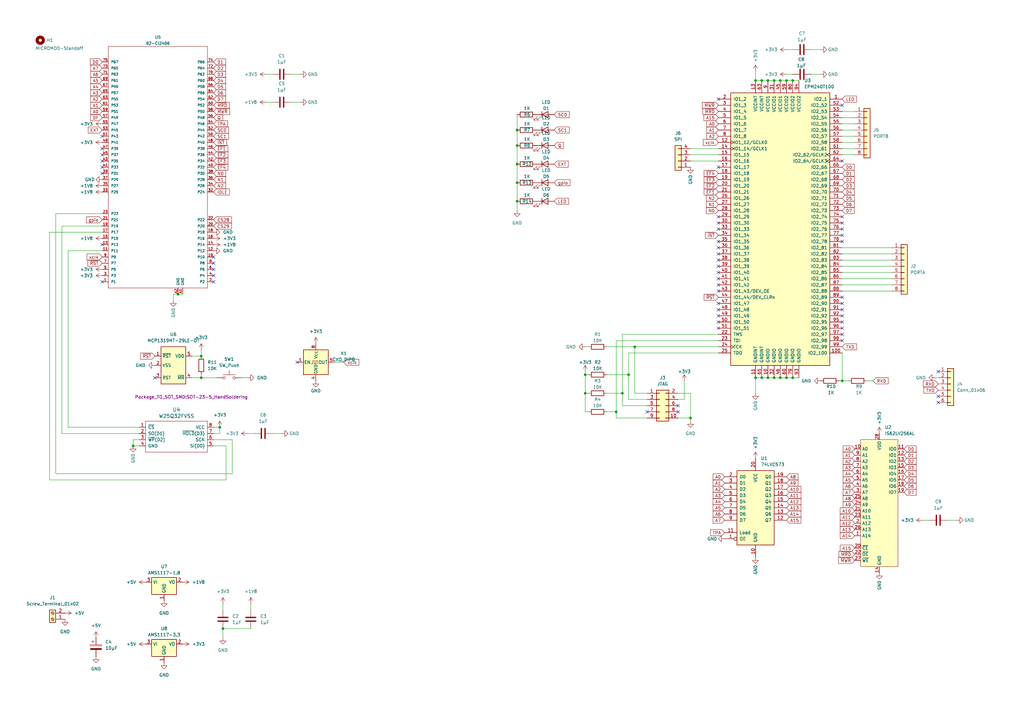
<source format=kicad_sch>
(kicad_sch (version 20250114) (generator "eeschema") (generator_version "9.0")
  (paper "A3")
  (junction (at 252.73 168.91))
  (junction (at 260.35 142.24))
  (junction (at 240.03 153.67))
  (junction (at 314.96 154.94))
  (junction (at 257.81 153.67))
  (junction (at 212.09 82.55))
  (junction (at 309.88 33.02))
  (junction (at 322.58 33.02))
  (junction (at 320.04 154.94))
  (junction (at 91.44 257.81))
  (junction (at 212.09 53.34))
  (junction (at 73.025 120.65))
  (junction (at 345.44 156.21))
  (junction (at 309.88 154.94))
  (junction (at 283.21 171.45))
  (junction (at 82.55 146.05))
  (junction (at 317.5 33.02))
  (junction (at 255.27 161.29))
  (junction (at 240.03 161.29))
  (junction (at 54.61 182.88))
  (junction (at 212.09 74.93))
  (junction (at 212.09 67.31))
  (junction (at 325.12 154.94))
  (junction (at 317.5 154.94))
  (junction (at 322.58 154.94))
  (junction (at 90.17 175.26))
  (junction (at 82.55 154.94))
  (junction (at 320.04 33.02))
  (junction (at 312.42 33.02))
  (junction (at 212.09 59.69))
  (junction (at 314.96 33.02))
  (junction (at 325.12 33.02))
  (junction (at 312.42 154.94))
  (no_connect (at 294.64 134.62))
  (no_connect (at 294.64 104.14))
  (no_connect (at 278.13 168.91))
  (no_connect (at 294.64 127))
  (no_connect (at 384.81 162.56))
  (no_connect (at 294.64 129.54))
  (no_connect (at 294.64 124.46))
  (no_connect (at 294.64 68.58))
  (no_connect (at 345.44 124.46))
  (no_connect (at 345.44 137.16))
  (no_connect (at 345.44 127))
  (no_connect (at 294.64 40.64))
  (no_connect (at 294.64 132.08))
  (no_connect (at 87.63 110.49))
  (no_connect (at 345.44 139.7))
  (no_connect (at 294.64 101.6))
  (no_connect (at 87.63 115.57))
  (no_connect (at 345.44 88.9))
  (no_connect (at 41.91 68.58))
  (no_connect (at 87.63 105.41))
  (no_connect (at 87.63 113.03))
  (no_connect (at 294.64 119.38))
  (no_connect (at 41.91 71.12))
  (no_connect (at 294.64 116.84))
  (no_connect (at 345.44 43.18))
  (no_connect (at 294.64 106.68))
  (no_connect (at 87.63 107.95))
  (no_connect (at 345.44 99.06))
  (no_connect (at 41.91 100.33))
  (no_connect (at 384.81 152.4))
  (no_connect (at 345.44 129.54))
  (no_connect (at 384.81 165.1))
  (no_connect (at 265.43 168.91))
  (no_connect (at 278.13 166.37))
  (no_connect (at 41.91 115.57))
  (no_connect (at 345.44 134.62))
  (no_connect (at 41.91 55.88))
  (no_connect (at 41.91 63.5))
  (no_connect (at 294.64 91.44))
  (no_connect (at 345.44 132.08))
  (no_connect (at 294.64 111.76))
  (no_connect (at 294.64 114.3))
  (no_connect (at 345.44 121.92))
  (no_connect (at 121.92 148.59))
  (no_connect (at 294.64 99.06))
  (no_connect (at 63.5 154.94))
  (no_connect (at 345.44 96.52))
  (no_connect (at 345.44 66.04))
  (no_connect (at 294.64 109.22))
  (no_connect (at 294.64 88.9))
  (no_connect (at 41.91 66.04))
  (no_connect (at 345.44 93.98))
  (no_connect (at 41.91 60.96))
  (no_connect (at 294.64 93.98))
  (no_connect (at 345.44 91.44))
  (wire (pts (xy 255.27 137.16) (xy 255.27 161.29)))
  (wire (pts (xy 91.44 247.65) (xy 91.44 250.19)))
  (wire (pts (xy 74.93 120.65) (xy 73.025 120.65)))
  (wire (pts (xy 260.35 161.29) (xy 265.43 161.29)))
  (wire (pts (xy 322.58 30.48) (xy 325.12 30.48)))
  (wire (pts (xy 257.81 144.78) (xy 257.81 153.67)))
  (wire (pts (xy 345.44 116.84) (xy 365.76 116.84)))
  (wire (pts (xy 212.09 53.34) (xy 212.09 59.69)))
  (wire (pts (xy 212.09 67.31) (xy 212.09 74.93)))
  (wire (pts (xy 212.09 82.55) (xy 212.09 86.36)))
  (wire (pts (xy 240.03 153.67) (xy 241.3 153.67)))
  (wire (pts (xy 20.32 196.85) (xy 92.71 196.85)))
  (wire (pts (xy 54.61 182.88) (xy 57.15 182.88)))
  (wire (pts (xy 283.21 161.29) (xy 283.21 171.45)))
  (wire (pts (xy 294.64 139.7) (xy 252.73 139.7)))
  (wire (pts (xy 345.44 156.21) (xy 344.17 156.21)))
  (wire (pts (xy 345.44 144.78) (xy 345.44 156.21)))
  (wire (pts (xy 345.44 101.6) (xy 365.76 101.6)))
  (wire (pts (xy 240.03 142.24) (xy 241.3 142.24)))
  (wire (pts (xy 283.21 63.5) (xy 294.64 63.5)))
  (wire (pts (xy 345.44 48.26) (xy 350.52 48.26)))
  (wire (pts (xy 109.22 30.48) (xy 111.76 30.48)))
  (wire (pts (xy 22.86 87.63) (xy 41.91 87.63)))
  (wire (pts (xy 294.64 137.16) (xy 255.27 137.16)))
  (wire (pts (xy 27.94 102.87) (xy 41.91 102.87)))
  (wire (pts (xy 90.17 177.8) (xy 90.17 175.26)))
  (wire (pts (xy 212.09 46.99) (xy 212.09 53.34)))
  (wire (pts (xy 260.35 142.24) (xy 260.35 161.29)))
  (wire (pts (xy 294.64 144.78) (xy 257.81 144.78)))
  (wire (pts (xy 241.3 168.91) (xy 240.03 168.91)))
  (wire (pts (xy 119.38 41.91) (xy 123.19 41.91)))
  (wire (pts (xy 280.67 156.21) (xy 280.67 163.83)))
  (wire (pts (xy 248.92 168.91) (xy 252.73 168.91)))
  (wire (pts (xy 332.74 30.48) (xy 336.55 30.48)))
  (wire (pts (xy 99.06 154.94) (xy 101.6 154.94)))
  (wire (pts (xy 345.44 106.68) (xy 365.76 106.68)))
  (wire (pts (xy 82.55 154.94) (xy 88.9 154.94)))
  (wire (pts (xy 345.44 114.3) (xy 365.76 114.3)))
  (wire (pts (xy 87.63 180.34) (xy 95.25 180.34)))
  (wire (pts (xy 345.44 53.34) (xy 350.52 53.34)))
  (wire (pts (xy 314.96 154.94) (xy 312.42 154.94)))
  (wire (pts (xy 345.44 55.88) (xy 350.52 55.88)))
  (wire (pts (xy 312.42 154.94) (xy 309.88 154.94)))
  (wire (pts (xy 57.15 177.8) (xy 25.4 177.8)))
  (wire (pts (xy 25.4 177.8) (xy 25.4 92.71)))
  (wire (pts (xy 317.5 33.02) (xy 314.96 33.02)))
  (wire (pts (xy 71.12 120.65) (xy 71.12 123.19)))
  (wire (pts (xy 22.86 194.31) (xy 22.86 87.63)))
  (wire (pts (xy 57.15 180.34) (xy 54.61 180.34)))
  (wire (pts (xy 345.44 63.5) (xy 350.52 63.5)))
  (wire (pts (xy 109.22 41.91) (xy 111.76 41.91)))
  (wire (pts (xy 280.67 163.83) (xy 278.13 163.83)))
  (wire (pts (xy 240.03 152.4) (xy 240.03 153.67)))
  (wire (pts (xy 82.55 154.94) (xy 78.74 154.94)))
  (wire (pts (xy 248.92 161.29) (xy 255.27 161.29)))
  (wire (pts (xy 314.96 33.02) (xy 312.42 33.02)))
  (wire (pts (xy 212.09 59.69) (xy 212.09 67.31)))
  (wire (pts (xy 240.03 161.29) (xy 240.03 153.67)))
  (wire (pts (xy 82.55 153.67) (xy 82.55 154.94)))
  (wire (pts (xy 137.16 148.59) (xy 140.97 148.59)))
  (wire (pts (xy 378.46 213.36) (xy 381 213.36)))
  (wire (pts (xy 278.13 161.29) (xy 283.21 161.29)))
  (wire (pts (xy 345.44 109.22) (xy 365.76 109.22)))
  (wire (pts (xy 322.58 20.32) (xy 325.12 20.32)))
  (wire (pts (xy 345.44 58.42) (xy 350.52 58.42)))
  (wire (pts (xy 322.58 33.02) (xy 320.04 33.02)))
  (wire (pts (xy 90.17 175.26) (xy 87.63 175.26)))
  (wire (pts (xy 255.27 161.29) (xy 255.27 166.37)))
  (wire (pts (xy 212.09 74.93) (xy 212.09 82.55)))
  (wire (pts (xy 111.76 177.8) (xy 115.57 177.8)))
  (wire (pts (xy 252.73 171.45) (xy 265.43 171.45)))
  (wire (pts (xy 95.25 194.31) (xy 22.86 194.31)))
  (wire (pts (xy 255.27 166.37) (xy 265.43 166.37)))
  (wire (pts (xy 92.71 196.85) (xy 92.71 182.88)))
  (wire (pts (xy 317.5 154.94) (xy 314.96 154.94)))
  (wire (pts (xy 345.44 50.8) (xy 350.52 50.8)))
  (wire (pts (xy 73.025 120.65) (xy 71.12 120.65)))
  (wire (pts (xy 57.15 175.26) (xy 27.94 175.26)))
  (wire (pts (xy 241.3 161.29) (xy 240.03 161.29)))
  (wire (pts (xy 345.44 156.21) (xy 347.98 156.21)))
  (wire (pts (xy 92.71 182.88) (xy 87.63 182.88)))
  (wire (pts (xy 327.66 154.94) (xy 325.12 154.94)))
  (wire (pts (xy 345.44 45.72) (xy 350.52 45.72)))
  (wire (pts (xy 283.21 171.45) (xy 278.13 171.45)))
  (wire (pts (xy 283.21 171.45) (xy 283.21 172.72)))
  (wire (pts (xy 25.4 92.71) (xy 41.91 92.71)))
  (wire (pts (xy 119.38 30.48) (xy 123.19 30.48)))
  (wire (pts (xy 102.87 257.81) (xy 91.44 257.81)))
  (wire (pts (xy 257.81 153.67) (xy 257.81 163.83)))
  (wire (pts (xy 325.12 33.02) (xy 322.58 33.02)))
  (wire (pts (xy 252.73 139.7) (xy 252.73 168.91)))
  (wire (pts (xy 27.94 175.26) (xy 27.94 102.87)))
  (wire (pts (xy 54.61 180.34) (xy 54.61 182.88)))
  (wire (pts (xy 41.91 95.25) (xy 20.32 95.25)))
  (wire (pts (xy 101.6 177.8) (xy 104.14 177.8)))
  (wire (pts (xy 320.04 33.02) (xy 317.5 33.02)))
  (wire (pts (xy 327.66 33.02) (xy 325.12 33.02)))
  (wire (pts (xy 248.92 153.67) (xy 257.81 153.67)))
  (wire (pts (xy 388.62 213.36) (xy 392.43 213.36)))
  (wire (pts (xy 383.54 154.94) (xy 384.81 154.94)))
  (wire (pts (xy 248.92 142.24) (xy 260.35 142.24)))
  (wire (pts (xy 87.63 177.8) (xy 90.17 177.8)))
  (wire (pts (xy 345.44 104.14) (xy 365.76 104.14)))
  (wire (pts (xy 320.04 154.94) (xy 317.5 154.94)))
  (wire (pts (xy 82.55 143.51) (xy 82.55 146.05)))
  (wire (pts (xy 240.03 168.91) (xy 240.03 161.29)))
  (wire (pts (xy 322.58 154.94) (xy 320.04 154.94)))
  (wire (pts (xy 332.74 20.32) (xy 336.55 20.32)))
  (wire (pts (xy 252.73 168.91) (xy 252.73 171.45)))
  (wire (pts (xy 309.88 33.02) (xy 309.88 29.21)))
  (wire (pts (xy 345.44 119.38) (xy 365.76 119.38)))
  (wire (pts (xy 20.32 95.25) (xy 20.32 196.85)))
  (wire (pts (xy 283.21 66.04) (xy 294.64 66.04)))
  (wire (pts (xy 355.6 156.21) (xy 358.14 156.21)))
  (wire (pts (xy 294.64 142.24) (xy 260.35 142.24)))
  (wire (pts (xy 345.44 60.96) (xy 350.52 60.96)))
  (wire (pts (xy 283.21 60.96) (xy 294.64 60.96)))
  (wire (pts (xy 95.25 180.34) (xy 95.25 194.31)))
  (wire (pts (xy 325.12 154.94) (xy 322.58 154.94)))
  (wire (pts (xy 257.81 163.83) (xy 265.43 163.83)))
  (wire (pts (xy 309.88 154.94) (xy 309.88 161.29)))
  (wire (pts (xy 345.44 111.76) (xy 365.76 111.76)))
  (wire (pts (xy 312.42 33.02) (xy 309.88 33.02)))
  (wire (pts (xy 102.87 247.65) (xy 102.87 250.19)))
  (wire (pts (xy 91.44 257.81) (xy 91.44 261.62)))
  (wire (pts (xy 82.55 146.05) (xy 78.74 146.05)))
  (global_label "A9" (shape input) (at 350.52 207.01 180) (property "Intersheetrefs" "${INTERSHEET_REFS}" (effects (hide yes))))
  (global_label "N0" (shape input) (at 87.63 71.12 0) (property "Intersheetrefs" "${INTERSHEET_REFS}" (effects (hide yes))))
  (global_label "A11" (shape input) (at 322.58 203.2 0) (property "Intersheetrefs" "${INTERSHEET_REFS}" (effects (hide yes))))
  (global_label "xclk" (shape input) (at 140.97 148.59 0) (property "Intersheetrefs" "${INTERSHEET_REFS}" (effects (hide yes))))
  (global_label "xclk" (shape input) (at 41.91 105.41 180) (property "Intersheetrefs" "${INTERSHEET_REFS}" (effects (hide yes))))
  (global_label "A4" (shape input) (at 41.91 35.56 180) (property "Intersheetrefs" "${INTERSHEET_REFS}" (effects (hide yes))))
  (global_label "~{EF3}" (shape input) (at 87.63 66.04 0) (property "Intersheetrefs" "${INTERSHEET_REFS}" (effects (hide yes))))
  (global_label "A8" (shape input) (at 322.58 195.58 0) (property "Intersheetrefs" "${INTERSHEET_REFS}" (effects (hide yes))))
  (global_label "D1" (shape input) (at 345.44 71.12 0) (property "Intersheetrefs" "${INTERSHEET_REFS}" (effects (hide yes))))
  (global_label "~{INT}" (shape input) (at 294.64 96.52 180) (property "Intersheetrefs" "${INTERSHEET_REFS}" (effects (hide yes))))
  (global_label "TPA" (shape input) (at 297.18 218.44 180) (property "Intersheetrefs" "${INTERSHEET_REFS}" (effects (hide yes))))
  (global_label "TXD" (shape input) (at 345.44 142.24 0) (property "Intersheetrefs" "${INTERSHEET_REFS}" (effects (hide yes))))
  (global_label "A5" (shape input) (at 297.18 208.28 180) (property "Intersheetrefs" "${INTERSHEET_REFS}" (effects (hide yes))))
  (global_label "TPA" (shape input) (at 87.63 50.8 0) (property "Intersheetrefs" "${INTERSHEET_REFS}" (effects (hide yes))))
  (global_label "~{MRD}" (shape input) (at 350.52 227.33 180) (property "Intersheetrefs" "${INTERSHEET_REFS}" (effects (hide yes))))
  (global_label "D2" (shape input) (at 370.84 189.23 0) (property "Intersheetrefs" "${INTERSHEET_REFS}" (effects (hide yes))))
  (global_label "D7" (shape input) (at 370.84 201.93 0) (property "Intersheetrefs" "${INTERSHEET_REFS}" (effects (hide yes))))
  (global_label "D0" (shape input) (at 345.44 68.58 0) (property "Intersheetrefs" "${INTERSHEET_REFS}" (effects (hide yes))))
  (global_label "A4" (shape input) (at 297.18 205.74 180) (property "Intersheetrefs" "${INTERSHEET_REFS}" (effects (hide yes))))
  (global_label "D3" (shape input) (at 345.44 76.2 0) (property "Intersheetrefs" "${INTERSHEET_REFS}" (effects (hide yes))))
  (global_label "EXT" (shape input) (at 41.91 53.34 180) (property "Intersheetrefs" "${INTERSHEET_REFS}" (effects (hide yes))))
  (global_label "A5" (shape input) (at 350.52 196.85 180) (property "Intersheetrefs" "${INTERSHEET_REFS}" (effects (hide yes))))
  (global_label "A6" (shape input) (at 41.91 30.48 180) (property "Intersheetrefs" "${INTERSHEET_REFS}" (effects (hide yes))))
  (global_label "gpio" (shape input) (at 41.91 90.17 180) (property "Intersheetrefs" "${INTERSHEET_REFS}" (effects (hide yes))))
  (global_label "A0" (shape input) (at 41.91 45.72 180) (property "Intersheetrefs" "${INTERSHEET_REFS}" (effects (hide yes))))
  (global_label "~{EF2}" (shape input) (at 87.63 63.5 0) (property "Intersheetrefs" "${INTERSHEET_REFS}" (effects (hide yes))))
  (global_label "D5" (shape input) (at 87.63 35.56 0) (property "Intersheetrefs" "${INTERSHEET_REFS}" (effects (hide yes))))
  (global_label "SC1" (shape input) (at 87.63 55.88 0) (property "Intersheetrefs" "${INTERSHEET_REFS}" (effects (hide yes))))
  (global_label "A4" (shape input) (at 350.52 194.31 180) (property "Intersheetrefs" "${INTERSHEET_REFS}" (effects (hide yes))))
  (global_label "A1" (shape input) (at 41.91 43.18 180) (property "Intersheetrefs" "${INTERSHEET_REFS}" (effects (hide yes))))
  (global_label "A9" (shape input) (at 322.58 198.12 0) (property "Intersheetrefs" "${INTERSHEET_REFS}" (effects (hide yes))))
  (global_label "D0" (shape input) (at 370.84 184.15 0) (property "Intersheetrefs" "${INTERSHEET_REFS}" (effects (hide yes))))
  (global_label "D6" (shape input) (at 87.63 38.1 0) (property "Intersheetrefs" "${INTERSHEET_REFS}" (effects (hide yes))))
  (global_label "A0" (shape input) (at 297.18 195.58 180) (property "Intersheetrefs" "${INTERSHEET_REFS}" (effects (hide yes))))
  (global_label "D3" (shape input) (at 87.63 30.48 0) (property "Intersheetrefs" "${INTERSHEET_REFS}" (effects (hide yes))))
  (global_label "TXD" (shape input) (at 384.81 160.02 180) (property "Intersheetrefs" "${INTERSHEET_REFS}" (effects (hide yes))))
  (global_label "N0" (shape input) (at 294.64 86.36 180) (property "Intersheetrefs" "${INTERSHEET_REFS}" (effects (hide yes))))
  (global_label "CS29" (shape input) (at 87.63 92.71 0) (property "Intersheetrefs" "${INTERSHEET_REFS}" (effects (hide yes))))
  (global_label "A3" (shape input) (at 350.52 191.77 180) (property "Intersheetrefs" "${INTERSHEET_REFS}" (effects (hide yes))))
  (global_label "IDLE" (shape input) (at 87.63 78.74 0) (property "Intersheetrefs" "${INTERSHEET_REFS}" (effects (hide yes))))
  (global_label "A3" (shape input) (at 41.91 38.1 180) (property "Intersheetrefs" "${INTERSHEET_REFS}" (effects (hide yes))))
  (global_label "A6" (shape input) (at 350.52 199.39 180) (property "Intersheetrefs" "${INTERSHEET_REFS}" (effects (hide yes))))
  (global_label "gpio" (shape input) (at 227.33 74.93 0) (property "Intersheetrefs" "${INTERSHEET_REFS}" (effects (hide yes))))
  (global_label "~{EF2}" (shape input) (at 294.64 76.2 180) (property "Intersheetrefs" "${INTERSHEET_REFS}" (effects (hide yes))))
  (global_label "A12" (shape input) (at 322.58 205.74 0) (property "Intersheetrefs" "${INTERSHEET_REFS}" (effects (hide yes))))
  (global_label "A15" (shape input) (at 322.58 213.36 0) (property "Intersheetrefs" "${INTERSHEET_REFS}" (effects (hide yes))))
  (global_label "~{INT}" (shape input) (at 87.63 58.42 0) (property "Intersheetrefs" "${INTERSHEET_REFS}" (effects (hide yes))))
  (global_label "~{MWR}" (shape input) (at 350.52 229.87 180) (property "Intersheetrefs" "${INTERSHEET_REFS}" (effects (hide yes))))
  (global_label "A15" (shape input) (at 294.64 48.26 180) (property "Intersheetrefs" "${INTERSHEET_REFS}" (effects (hide yes))))
  (global_label "~{RST}" (shape input) (at 41.91 107.95 180) (property "Intersheetrefs" "${INTERSHEET_REFS}" (effects (hide yes))))
  (global_label "DF" (shape input) (at 41.91 48.26 180) (property "Intersheetrefs" "${INTERSHEET_REFS}" (effects (hide yes))))
  (global_label "~{EF1}" (shape input) (at 294.64 78.74 180) (property "Intersheetrefs" "${INTERSHEET_REFS}" (effects (hide yes))))
  (global_label "~{MRD}" (shape input) (at 87.63 43.18 0) (property "Intersheetrefs" "${INTERSHEET_REFS}" (effects (hide yes))))
  (global_label "LED" (shape input) (at 345.44 40.64 0) (property "Intersheetrefs" "${INTERSHEET_REFS}" (effects (hide yes))))
  (global_label "N1" (shape input) (at 294.64 83.82 180) (property "Intersheetrefs" "${INTERSHEET_REFS}" (effects (hide yes))))
  (global_label "A6" (shape input) (at 297.18 210.82 180) (property "Intersheetrefs" "${INTERSHEET_REFS}" (effects (hide yes))))
  (global_label "LED" (shape input) (at 227.33 82.55 0) (property "Intersheetrefs" "${INTERSHEET_REFS}" (effects (hide yes))))
  (global_label "~{EF4}" (shape input) (at 87.63 68.58 0) (property "Intersheetrefs" "${INTERSHEET_REFS}" (effects (hide yes))))
  (global_label "~{MWR}" (shape input) (at 294.64 43.18 180) (property "Intersheetrefs" "${INTERSHEET_REFS}" (effects (hide yes))))
  (global_label "A2" (shape input) (at 41.91 40.64 180) (property "Intersheetrefs" "${INTERSHEET_REFS}" (effects (hide yes))))
  (global_label "A11" (shape input) (at 350.52 212.09 180) (property "Intersheetrefs" "${INTERSHEET_REFS}" (effects (hide yes))))
  (global_label "A2" (shape input) (at 350.52 189.23 180) (property "Intersheetrefs" "${INTERSHEET_REFS}" (effects (hide yes))))
  (global_label "A7" (shape input) (at 41.91 27.94 180) (property "Intersheetrefs" "${INTERSHEET_REFS}" (effects (hide yes))))
  (global_label "A7" (shape input) (at 350.52 201.93 180) (property "Intersheetrefs" "${INTERSHEET_REFS}" (effects (hide yes))))
  (global_label "A5" (shape input) (at 41.91 33.02 180) (property "Intersheetrefs" "${INTERSHEET_REFS}" (effects (hide yes))))
  (global_label "A15" (shape input) (at 350.52 224.79 180) (property "Intersheetrefs" "${INTERSHEET_REFS}" (effects (hide yes))))
  (global_label "A13" (shape input) (at 322.58 208.28 0) (property "Intersheetrefs" "${INTERSHEET_REFS}" (effects (hide yes))))
  (global_label "A10" (shape input) (at 322.58 200.66 0) (property "Intersheetrefs" "${INTERSHEET_REFS}" (effects (hide yes))))
  (global_label "A14" (shape input) (at 322.58 210.82 0) (property "Intersheetrefs" "${INTERSHEET_REFS}" (effects (hide yes))))
  (global_label "Q" (shape input) (at 87.63 48.26 0) (property "Intersheetrefs" "${INTERSHEET_REFS}" (effects (hide yes))))
  (global_label "A10" (shape input) (at 350.52 209.55 180) (property "Intersheetrefs" "${INTERSHEET_REFS}" (effects (hide yes))))
  (global_label "~{RST}" (shape input) (at 294.64 121.92 180) (property "Intersheetrefs" "${INTERSHEET_REFS}" (effects (hide yes))))
  (global_label "~{EF3}" (shape input) (at 294.64 73.66 180) (property "Intersheetrefs" "${INTERSHEET_REFS}" (effects (hide yes))))
  (global_label "~{EF4}" (shape input) (at 294.64 71.12 180) (property "Intersheetrefs" "${INTERSHEET_REFS}" (effects (hide yes))))
  (global_label "A13" (shape input) (at 350.52 217.17 180) (property "Intersheetrefs" "${INTERSHEET_REFS}" (effects (hide yes))))
  (global_label "A14" (shape input) (at 350.52 219.71 180) (property "Intersheetrefs" "${INTERSHEET_REFS}" (effects (hide yes))))
  (global_label "A2" (shape input) (at 294.64 55.88 180) (property "Intersheetrefs" "${INTERSHEET_REFS}" (effects (hide yes))))
  (global_label "D6" (shape input) (at 345.44 83.82 0) (property "Intersheetrefs" "${INTERSHEET_REFS}" (effects (hide yes))))
  (global_label "D4" (shape input) (at 345.44 78.74 0) (property "Intersheetrefs" "${INTERSHEET_REFS}" (effects (hide yes))))
  (global_label "SC1" (shape input) (at 227.33 53.34 0) (property "Intersheetrefs" "${INTERSHEET_REFS}" (effects (hide yes))))
  (global_label "D5" (shape input) (at 345.44 81.28 0) (property "Intersheetrefs" "${INTERSHEET_REFS}" (effects (hide yes))))
  (global_label "D5" (shape input) (at 370.84 196.85 0) (property "Intersheetrefs" "${INTERSHEET_REFS}" (effects (hide yes))))
  (global_label "EXT" (shape input) (at 227.33 67.31 0) (property "Intersheetrefs" "${INTERSHEET_REFS}" (effects (hide yes))))
  (global_label "A0" (shape input) (at 350.52 184.15 180) (property "Intersheetrefs" "${INTERSHEET_REFS}" (effects (hide yes))))
  (global_label "SC0" (shape input) (at 87.63 53.34 0) (property "Intersheetrefs" "${INTERSHEET_REFS}" (effects (hide yes))))
  (global_label "CS28" (shape input) (at 87.63 90.17 0) (property "Intersheetrefs" "${INTERSHEET_REFS}" (effects (hide yes))))
  (global_label "N2" (shape input) (at 294.64 81.28 180) (property "Intersheetrefs" "${INTERSHEET_REFS}" (effects (hide yes))))
  (global_label "Q" (shape input) (at 227.33 59.69 0) (property "Intersheetrefs" "${INTERSHEET_REFS}" (effects (hide yes))))
  (global_label "A1" (shape input) (at 294.64 53.34 180) (property "Intersheetrefs" "${INTERSHEET_REFS}" (effects (hide yes))))
  (global_label "RXD" (shape input) (at 384.81 157.48 180) (property "Intersheetrefs" "${INTERSHEET_REFS}" (effects (hide yes))))
  (global_label "N1" (shape input) (at 87.63 73.66 0) (property "Intersheetrefs" "${INTERSHEET_REFS}" (effects (hide yes))))
  (global_label "D1" (shape input) (at 370.84 186.69 0) (property "Intersheetrefs" "${INTERSHEET_REFS}" (effects (hide yes))))
  (global_label "~{EF1}" (shape input) (at 87.63 60.96 0) (property "Intersheetrefs" "${INTERSHEET_REFS}" (effects (hide yes))))
  (global_label "~{MRD}" (shape input) (at 294.64 45.72 180) (property "Intersheetrefs" "${INTERSHEET_REFS}" (effects (hide yes))))
  (global_label "RXD" (shape input) (at 358.14 156.21 0) (property "Intersheetrefs" "${INTERSHEET_REFS}" (effects (hide yes))))
  (global_label "A7" (shape input) (at 297.18 213.36 180) (property "Intersheetrefs" "${INTERSHEET_REFS}" (effects (hide yes))))
  (global_label "A2" (shape input) (at 297.18 200.66 180) (property "Intersheetrefs" "${INTERSHEET_REFS}" (effects (hide yes))))
  (global_label "D1" (shape input) (at 87.63 25.4 0) (property "Intersheetrefs" "${INTERSHEET_REFS}" (effects (hide yes))))
  (global_label "A1" (shape input) (at 350.52 186.69 180) (property "Intersheetrefs" "${INTERSHEET_REFS}" (effects (hide yes))))
  (global_label "D7" (shape input) (at 87.63 40.64 0) (property "Intersheetrefs" "${INTERSHEET_REFS}" (effects (hide yes))))
  (global_label "A3" (shape input) (at 297.18 203.2 180) (property "Intersheetrefs" "${INTERSHEET_REFS}" (effects (hide yes))))
  (global_label "D2" (shape input) (at 87.63 27.94 0) (property "Intersheetrefs" "${INTERSHEET_REFS}" (effects (hide yes))))
  (global_label "A8" (shape input) (at 350.52 204.47 180) (property "Intersheetrefs" "${INTERSHEET_REFS}" (effects (hide yes))))
  (global_label "D6" (shape input) (at 370.84 199.39 0) (property "Intersheetrefs" "${INTERSHEET_REFS}" (effects (hide yes))))
  (global_label "A12" (shape input) (at 350.52 214.63 180) (property "Intersheetrefs" "${INTERSHEET_REFS}" (effects (hide yes))))
  (global_label "~{MWR}" (shape input) (at 87.63 45.72 0) (property "Intersheetrefs" "${INTERSHEET_REFS}" (effects (hide yes))))
  (global_label "SC0" (shape input) (at 227.33 46.99 0) (property "Intersheetrefs" "${INTERSHEET_REFS}" (effects (hide yes))))
  (global_label "xclk" (shape input) (at 294.64 58.42 180) (property "Intersheetrefs" "${INTERSHEET_REFS}" (effects (hide yes))))
  (global_label "D3" (shape input) (at 370.84 191.77 0) (property "Intersheetrefs" "${INTERSHEET_REFS}" (effects (hide yes))))
  (global_label "D0" (shape input) (at 41.91 25.4 180) (property "Intersheetrefs" "${INTERSHEET_REFS}" (effects (hide yes))))
  (global_label "A1" (shape input) (at 297.18 198.12 180) (property "Intersheetrefs" "${INTERSHEET_REFS}" (effects (hide yes))))
  (global_label "D7" (shape input) (at 345.44 86.36 0) (property "Intersheetrefs" "${INTERSHEET_REFS}" (effects (hide yes))))
  (global_label "D2" (shape input) (at 345.44 73.66 0) (property "Intersheetrefs" "${INTERSHEET_REFS}" (effects (hide yes))))
  (global_label "D4" (shape input) (at 87.63 33.02 0) (property "Intersheetrefs" "${INTERSHEET_REFS}" (effects (hide yes))))
  (global_label "~{RST}" (shape input) (at 63.5 146.05 180) (property "Intersheetrefs" "${INTERSHEET_REFS}" (effects (hide yes))))
  (global_label "N2" (shape input) (at 87.63 76.2 0) (property "Intersheetrefs" "${INTERSHEET_REFS}" (effects (hide yes))))
  (global_label "A0" (shape input) (at 294.64 50.8 180) (property "Intersheetrefs" "${INTERSHEET_REFS}" (effects (hide yes))))
  (global_label "D4" (shape input) (at 370.84 194.31 0) (property "Intersheetrefs" "${INTERSHEET_REFS}" (effects (hide yes))))
  (symbol (lib_id "Device:R") (at 215.9 74.93 270) (unit 1)
    (property "Reference" "R13" (at 216.154 74.93 90))
    (property "Value" "1K" (at 216.154 72.39 90))
    (property "Footprint" "Resistor_SMD:R_1206_3216Metric_Pad1.30x1.75mm_HandSolder" (effects (hide yes)))
  )
  (symbol (lib_id "power:GND") (at 91.44 261.62 0) (unit 1)
    (property "Reference" "#PWR042" (effects (hide yes)))
    (property "Value" "GND" (at 91.44 266.7 0))
    (property "Description" "Power symbol creates a global label with name \"GND\" , ground" (effects (hide yes)))
  )
  (symbol (lib_id "Connector:Screw_Terminal_01x02") (at 21.59 254 180) (unit 1)
    (property "Reference" "J1" (at 21.59 245.11 0))
    (property "Value" "Screw_Terminal_01x02" (at 21.59 247.65 0))
    (property "Footprint" "TerminalBlock:TerminalBlock_bornier-2_P5.08mm" (effects (hide yes)))
    (property "Description" "Generic screw terminal, single row, 01x02, script generated (kicad-library-utils/schlib/autogen/connector/)" (effects (hide yes)))
  )
  (symbol (lib_id "power:GND") (at 54.61 182.88 0) (unit 1)
    (property "Reference" "#PWR024" (effects (hide yes)))
    (property "Value" "GND" (at 54.61 187.96 90))
    (property "Sim.Device" "V" (effects (hide yes)))
    (property "Sim.Type" "DC" (effects (hide yes)))
    (property "Sim.Pins" "1=+" (effects (hide yes)))
    (property "Sim.Params" "dc=0" (effects (hide yes)))
  )
  (symbol (lib_id "power:GND") (at 115.57 177.8 90) (unit 1)
    (property "Reference" "#PWR050" (effects (hide yes)))
    (property "Value" "GND" (at 120.65 177.8 90))
    (property "Sim.Device" "V" (effects (hide yes)))
    (property "Sim.Type" "DC" (effects (hide yes)))
    (property "Sim.Pins" "1=+" (effects (hide yes)))
    (property "Sim.Params" "dc=0" (effects (hide yes)))
  )
  (symbol (lib_id "power:GND") (at 87.63 95.25 90) (unit 1)
    (property "Reference" "#PWR08" (effects (hide yes)))
    (property "Value" "GND" (at 91.44 95.2499 90) (effects (justify right)))
    (property "Description" "Power symbol creates a global label with name \"GND\" , ground" (effects (hide yes)))
  )
  (symbol (lib_id "Caravel_board:W25Q32FVSS") (at 72.39 177.8 0) (unit 1)
    (property "Reference" "U4" (at 72.39 167.9956 0) (effects (font (size 1.4986 1.4986))))
    (property "Value" "W25Q32FVSS" (at 72.39 170.6626 0) (effects (font (size 1.4986 1.4986))))
    (property "Footprint" "Package_DIP:DIP-8_W7.62mm" (effects (hide yes)))
    (property "Part #" "W25Q32JVSSIQ" (effects (hide yes)))
  )
  (symbol (lib_id "power:+3V3") (at 280.67 156.21 0) (unit 1)
    (property "Reference" "#PWR020" (effects (hide yes)))
    (property "Value" "+3V3" (at 280.67 152.4 0))
  )
  (symbol (lib_id "Connector_Generic:Conn_02x05_Odd_Even") (at 270.51 166.37 0) (unit 1)
    (property "Reference" "J3" (at 271.78 154.94 0))
    (property "Value" "JTAG" (at 271.78 157.48 0))
    (property "Footprint" "Connector_PinHeader_2.54mm:PinHeader_2x05_P2.54mm_Vertical" (effects (hide yes)))
  )
  (symbol (lib_id "power:GND") (at 212.09 86.36 0) (unit 1)
    (property "Reference" "#PWR028" (effects (hide yes)))
    (property "Value" "GND" (at 212.09 91.44 0))
    (property "Sim.Device" "V" (effects (hide yes)))
    (property "Sim.Type" "DC" (effects (hide yes)))
    (property "Sim.Pins" "1=+" (effects (hide yes)))
    (property "Sim.Params" "dc=0" (effects (hide yes)))
  )
  (symbol (lib_id "power:+3V3") (at 360.68 177.8 0) (unit 1)
    (property "Reference" "#PWR014" (effects (hide yes)))
    (property "Value" "+3V3" (at 360.68 171.45 90))
    (property "Sim.Device" "V" (effects (hide yes)))
    (property "Sim.Type" "DC" (effects (hide yes)))
    (property "Sim.Pins" "1=+" (effects (hide yes)))
    (property "Sim.Params" "dc=3.3" (effects (hide yes)))
  )
  (symbol (lib_id "power:GND") (at 63.5 149.86 270) (unit 1)
    (property "Reference" "#PWR032" (effects (hide yes)))
    (property "Value" "GND" (at 59.69 149.8599 90) (effects (justify right)))
    (property "Description" "Power symbol creates a global label with name \"GND\" , ground" (effects (hide yes)))
  )
  (symbol (lib_id "Device:R") (at 82.55 149.86 180) (unit 1)
    (property "Reference" "R11" (at 85.09 148.59 0) (effects (justify right)))
    (property "Value" "10K" (at 85.09 151.13 0) (effects (justify right)))
    (property "Footprint" "Resistor_SMD:R_1206_3216Metric_Pad1.30x1.75mm_HandSolder" (effects (hide yes)))
  )
  (symbol (lib_id "power:GND") (at 67.31 246.38 0) (unit 1)
    (property "Reference" "#PWR037" (effects (hide yes)))
    (property "Value" "GND" (at 67.31 251.46 0))
    (property "Description" "Power symbol creates a global label with name \"GND\" , ground" (effects (hide yes)))
  )
  (symbol (lib_id "power:+3V3") (at 91.44 247.65 0) (unit 1)
    (property "Reference" "#PWR044" (effects (hide yes)))
    (property "Value" "+3V3" (at 91.44 242.57 0))
    (property "Description" "Power symbol creates a global label with name \"+3V3\"" (effects (hide yes)))
  )
  (symbol (lib_id "power:+1V8") (at 87.63 100.33 270) (unit 1)
    (property "Reference" "#PWR010" (effects (hide yes)))
    (property "Value" "+1V8" (at 91.44 100.3299 90) (effects (justify left)))
    (property "Description" "Power symbol creates a global label with name \"+1V8\"" (effects (hide yes)))
  )
  (symbol (lib_id "power:+3V3") (at 41.91 50.8 90) (unit 1)
    (property "Reference" "#PWR051" (effects (hide yes)))
    (property "Value" "+3V3" (at 38.1 50.7999 90) (effects (justify left)))
    (property "Description" "Power symbol creates a global label with name \"+3V3\"" (effects (hide yes)))
  )
  (symbol (lib_id "power:GND") (at 392.43 213.36 90) (unit 1)
    (property "Reference" "#PWR060" (effects (hide yes)))
    (property "Value" "GND" (at 397.51 213.36 90))
    (property "Sim.Device" "V" (effects (hide yes)))
    (property "Sim.Type" "DC" (effects (hide yes)))
    (property "Sim.Pins" "1=+" (effects (hide yes)))
    (property "Sim.Params" "dc=0" (effects (hide yes)))
  )
  (symbol (lib_id "Device:R") (at 245.11 153.67 270) (unit 1)
    (property "Reference" "R2" (at 245.11 148.59 90))
    (property "Value" "10K" (at 245.11 151.13 90))
    (property "Footprint" "Resistor_SMD:R_1206_3216Metric_Pad1.30x1.75mm_HandSolder" (effects (hide yes)))
  )
  (symbol (lib_id "Device:R") (at 215.9 82.55 270) (unit 1)
    (property "Reference" "R14" (at 216.154 82.55 90))
    (property "Value" "1K" (at 216.154 80.01 90))
    (property "Footprint" "Resistor_SMD:R_1206_3216Metric_Pad1.30x1.75mm_HandSolder" (effects (hide yes)))
  )
  (symbol (lib_id "power:GND") (at 129.54 156.21 0) (unit 1)
    (property "Reference" "#PWR054" (effects (hide yes)))
    (property "Value" "GND" (at 129.54 160.274 0))
    (property "Description" "Power symbol creates a global label with name \"GND\" , ground" (effects (hide yes)))
  )
  (symbol (lib_id "Device:R") (at 215.9 59.69 270) (unit 1)
    (property "Reference" "R8" (at 216.154 59.69 90))
    (property "Value" "1K" (at 216.154 57.15 90))
    (property "Footprint" "Resistor_SMD:R_1206_3216Metric_Pad1.30x1.75mm_HandSolder" (effects (hide yes)))
  )
  (symbol (lib_id "power:+5V") (at 26.67 251.46 270) (unit 1)
    (property "Reference" "#PWR040" (effects (hide yes)))
    (property "Value" "+5V" (at 30.48 251.4599 90) (effects (justify left)))
    (property "Description" "Power symbol creates a global label with name \"+5V\"" (effects (hide yes)))
  )
  (symbol (lib_id "Device:R") (at 215.9 46.99 270) (unit 1)
    (property "Reference" "R6" (at 216.154 46.99 90))
    (property "Value" "1K" (at 216.154 44.45 90))
    (property "Footprint" "Resistor_SMD:R_1206_3216Metric_Pad1.30x1.75mm_HandSolder" (effects (hide yes)))
  )
  (symbol (lib_id "power:GND") (at 309.88 228.6 0) (unit 1)
    (property "Reference" "#PWR012" (effects (hide yes)))
    (property "Value" "GND" (at 309.88 233.68 90))
    (property "Sim.Device" "V" (effects (hide yes)))
    (property "Sim.Type" "DC" (effects (hide yes)))
    (property "Sim.Pins" "1=+" (effects (hide yes)))
    (property "Sim.Params" "dc=0" (effects (hide yes)))
  )
  (symbol (lib_id "MicroMod-Sparkfun:MICROMOD-Standoff") (at 16.51 16.51 0) (unit 1)
    (property "Reference" "H1" (at 19.05 16.51 0) (effects (justify left)))
    (property "Value" "MICROMOD-Standoff" (at 14.478 19.812 0) (effects (justify left)))
    (property "Footprint" "MicroMod-Sparkfun:MicroMod-Standoff" (effects (hide yes)))
  )
  (symbol (lib_id "power:+1V8") (at 41.91 78.74 90) (unit 1)
    (property "Reference" "#PWR07" (effects (hide yes)))
    (property "Value" "+1V8" (at 38.1 78.7399 90) (effects (justify left)))
    (property "Description" "Power symbol creates a global label with name \"+1V8\"" (effects (hide yes)))
  )
  (symbol (lib_id "MicroMod-Sparkfun:M.2-CONNECTOR-E") (at 64.77 72.39 0) (unit 1)
    (property "Reference" "U5" (at 64.77 15.24 0) (effects (font (size 1.143 1.143))))
    (property "Value" "B2-CI2406" (at 64.77 17.78 0) (effects (font (size 1.143 1.143))))
    (property "Footprint" "MicroMod-Sparkfun:M.2-CONNECTOR-E" (effects (hide yes)))
    (property "Datasheet" "https://avalonsemiconductors.github.io/CI2406/as1802.html" (effects (hide yes)))
  )
  (symbol (lib_id "Device:C") (at 107.95 177.8 90) (unit 1)
    (property "Reference" "C6" (at 107.95 170.18 90))
    (property "Value" "1µF" (at 107.95 172.72 90))
    (property "Footprint" "Capacitor_SMD:C_0805_2012Metric_Pad1.18x1.45mm_HandSolder" (effects (hide yes)))
  )
  (symbol (lib_id "Device:LED") (at 223.52 59.69 0) (unit 1)
    (property "Reference" "D3" (at 224.028 57.15 0))
    (property "Value" "LED" (at 224.028 54.61 0))
    (property "Footprint" "LED_SMD:LED_1206_3216Metric_Pad1.42x1.75mm_HandSolder" (effects (hide yes)))
  )
  (symbol (lib_id "power:+3V3") (at 82.55 143.51 0) (unit 1)
    (property "Reference" "#PWR033" (effects (hide yes)))
    (property "Value" "+3V3" (at 82.55 138.43 0))
    (property "Description" "Power symbol creates a global label with name \"+3V3\"" (effects (hide yes)))
  )
  (symbol (lib_id "power:GND") (at 41.91 73.66 270) (unit 1)
    (property "Reference" "#PWR04" (effects (hide yes)))
    (property "Value" "GND" (at 36.83 73.66 90))
    (property "Sim.Device" "V" (effects (hide yes)))
    (property "Sim.Type" "DC" (effects (hide yes)))
    (property "Sim.Pins" "1=+" (effects (hide yes)))
    (property "Sim.Params" "dc=0" (effects (hide yes)))
  )
  (symbol (lib_id "power:+5V") (at 39.37 261.62 0) (unit 1)
    (property "Reference" "#PWR045" (effects (hide yes)))
    (property "Value" "+5V" (at 39.37 256.54 0))
    (property "Description" "Power symbol creates a global label with name \"+5V\"" (effects (hide yes)))
  )
  (symbol (lib_id "power:+1V8") (at 74.93 238.76 270) (unit 1)
    (property "Reference" "#PWR036" (effects (hide yes)))
    (property "Value" "+1V8" (at 78.74 238.7599 90) (effects (justify left)))
    (property "Description" "Power symbol creates a global label with name \"+1V8\"" (effects (hide yes)))
  )
  (symbol (lib_id "power:+1V8") (at 102.87 247.65 0) (unit 1)
    (property "Reference" "#PWR043" (effects (hide yes)))
    (property "Value" "+1V8" (at 102.87 242.57 0))
    (property "Description" "Power symbol creates a global label with name \"+1V8\"" (effects (hide yes)))
  )
  (symbol (lib_id "power:GND") (at 383.54 154.94 270) (unit 1)
    (property "Reference" "#PWR029" (effects (hide yes)))
    (property "Value" "GND" (at 379.73 154.94 90) (effects (justify right)))
  )
  (symbol (lib_id "Device:C") (at 115.57 30.48 90) (unit 1)
    (property "Reference" "C1" (at 115.57 22.86 90))
    (property "Value" "1µF" (at 115.57 25.4 90))
    (property "Footprint" "Capacitor_SMD:C_0805_2012Metric_Pad1.18x1.45mm_HandSolder" (effects (hide yes)))
  )
  (symbol (lib_id "power:GND") (at 336.55 30.48 90) (unit 1)
    (property "Reference" "#PWR058" (effects (hide yes)))
    (property "Value" "GND" (at 341.63 30.48 90))
    (property "Sim.Device" "V" (effects (hide yes)))
    (property "Sim.Type" "DC" (effects (hide yes)))
    (property "Sim.Pins" "1=+" (effects (hide yes)))
    (property "Sim.Params" "dc=0" (effects (hide yes)))
  )
  (symbol (lib_id "power:+3V3") (at 109.22 30.48 90) (unit 1)
    (property "Reference" "#PWR026" (effects (hide yes)))
    (property "Value" "+3V3" (at 102.87 30.48 90))
    (property "Sim.Device" "V" (effects (hide yes)))
    (property "Sim.Type" "DC" (effects (hide yes)))
    (property "Sim.Pins" "1=+" (effects (hide yes)))
    (property "Sim.Params" "dc=3.3" (effects (hide yes)))
  )
  (symbol (lib_id "Device:R") (at 351.79 156.21 270) (unit 1)
    (property "Reference" "R9" (at 352.298 158.496 90))
    (property "Value" "1K" (at 352.298 161.036 90))
    (property "Footprint" "Resistor_SMD:R_1206_3216Metric_Pad1.30x1.75mm_HandSolder" (effects (hide yes)))
  )
  (symbol (lib_id "power:+1V8") (at 41.91 97.79 90) (unit 1)
    (property "Reference" "#PWR01" (effects (hide yes)))
    (property "Value" "+1V8" (at 38.1 97.7899 90) (effects (justify left)))
    (property "Description" "Power symbol creates a global label with name \"+1V8\"" (effects (hide yes)))
  )
  (symbol (lib_id "power:+1V8") (at 41.91 76.2 90) (unit 1)
    (property "Reference" "#PWR06" (effects (hide yes)))
    (property "Value" "+1V8" (at 38.1 76.1999 90) (effects (justify left)))
    (property "Description" "Power symbol creates a global label with name \"+1V8\"" (effects (hide yes)))
  )
  (symbol (lib_id "Device:LED") (at 223.52 46.99 0) (unit 1)
    (property "Reference" "D1" (at 224.028 44.45 0))
    (property "Value" "LED" (at 224.028 41.91 0))
    (property "Footprint" "LED_SMD:LED_1206_3216Metric_Pad1.42x1.75mm_HandSolder" (effects (hide yes)))
  )
  (symbol (lib_id "power:GND") (at 283.21 172.72 0) (unit 1)
    (property "Reference" "#PWR021" (effects (hide yes)))
    (property "Value" "GND" (at 283.21 177.8 0))
  )
  (symbol (lib_id "caravel:MCP1319MT-29LE-OT") (at 71.12 149.86 0) (unit 1)
    (property "Reference" "U6" (at 71.12 137.16 0))
    (property "Value" "MCP1319MT-29LE-OT" (at 71.12 139.7 0))
    (property "Footprint" "Package_TO_SOT_SMD:SOT-23-5_HandSoldering" (at 78.486 162.814 0))
    (property "Datasheet" "https://ww1.microchip.com/downloads/en/DeviceDoc/MCP131X-2X-Voltage-Supervisor-DS20001985E.pdf" (effects (hide yes)))
  )
  (symbol (lib_id "Connector_Generic:Conn_01x06") (at 389.89 157.48 0) (unit 1)
    (property "Reference" "J4" (at 392.43 157.48 0) (effects (justify left)))
    (property "Value" "Conn_01x06" (at 392.43 160.02 0) (effects (justify left)))
    (property "Footprint" "Connector_PinSocket_2.54mm:PinSocket_1x06_P2.54mm_Vertical" (effects (hide yes)))
  )
  (symbol (lib_id "Device:LED") (at 223.52 67.31 0) (unit 1)
    (property "Reference" "D4" (at 224.028 64.77 0))
    (property "Value" "LED" (at 224.028 62.23 0))
    (property "Footprint" "LED_SMD:LED_1206_3216Metric_Pad1.42x1.75mm_HandSolder" (effects (hide yes)))
  )
  (symbol (lib_id "power:+3V3") (at 322.58 20.32 90) (unit 1)
    (property "Reference" "#PWR055" (effects (hide yes)))
    (property "Value" "+3V3" (at 316.23 20.32 90))
    (property "Sim.Device" "V" (effects (hide yes)))
    (property "Sim.Type" "DC" (effects (hide yes)))
    (property "Sim.Pins" "1=+" (effects (hide yes)))
    (property "Sim.Params" "dc=3.3" (effects (hide yes)))
  )
  (symbol (lib_id "power:+3V3") (at 87.63 97.79 270) (unit 1)
    (property "Reference" "#PWR09" (effects (hide yes)))
    (property "Value" "+3V3" (at 91.44 97.7899 90) (effects (justify left)))
    (property "Description" "Power symbol creates a global label with name \"+3V3\"" (effects (hide yes)))
  )
  (symbol (lib_id "power:GND") (at 283.21 68.58 0) (unit 1)
    (property "Reference" "#PWR022" (effects (hide yes)))
    (property "Value" "GND" (at 283.21 73.66 90))
    (property "Sim.Device" "V" (effects (hide yes)))
    (property "Sim.Type" "DC" (effects (hide yes)))
    (property "Sim.Pins" "1=+" (effects (hide yes)))
    (property "Sim.Params" "dc=0" (effects (hide yes)))
  )
  (symbol (lib_id "power:GND") (at 123.19 30.48 90) (unit 1)
    (property "Reference" "#PWR027" (effects (hide yes)))
    (property "Value" "GND" (at 128.27 30.48 90))
    (property "Sim.Device" "V" (effects (hide yes)))
    (property "Sim.Type" "DC" (effects (hide yes)))
    (property "Sim.Pins" "1=+" (effects (hide yes)))
    (property "Sim.Params" "dc=0" (effects (hide yes)))
  )
  (symbol (lib_id "power:GND") (at 67.31 271.78 0) (unit 1)
    (property "Reference" "#PWR034" (effects (hide yes)))
    (property "Value" "GND" (at 67.31 276.86 0))
    (property "Description" "Power symbol creates a global label with name \"GND\" , ground" (effects (hide yes)))
  )
  (symbol (lib_id "power:+3V3") (at 129.54 140.97 0) (unit 1)
    (property "Reference" "#PWR053" (effects (hide yes)))
    (property "Value" "+3V3" (at 129.54 135.89 0))
    (property "Description" "Power symbol creates a global label with name \"+3V3\"" (effects (hide yes)))
  )
  (symbol (lib_id "power:GND") (at 336.55 156.21 270) (unit 1)
    (property "Reference" "#PWR030" (effects (hide yes)))
    (property "Value" "GND" (at 332.74 156.21 90) (effects (justify right)))
  )
  (symbol (lib_id "Device:C") (at 91.44 254 180) (unit 1)
    (property "Reference" "C2" (at 95.25 252.7299 0) (effects (justify right)))
    (property "Value" "1µF" (at 95.25 255.2699 0) (effects (justify right)))
    (property "Footprint" "Capacitor_SMD:C_0805_2012Metric_Pad1.18x1.45mm_HandSolder" (effects (hide yes)))
  )
  (symbol (lib_id "power:GND") (at 71.12 123.19 0) (unit 1)
    (property "Reference" "#PWR05" (effects (hide yes)))
    (property "Value" "GND" (at 71.12 128.27 90))
    (property "Sim.Device" "V" (effects (hide yes)))
    (property "Sim.Type" "DC" (effects (hide yes)))
    (property "Sim.Pins" "1=+" (effects (hide yes)))
    (property "Sim.Params" "dc=0" (effects (hide yes)))
  )
  (symbol (lib_id "Device:C_Polarized") (at 39.37 265.43 0) (unit 1)
    (property "Reference" "C4" (at 43.18 263.2709 0) (effects (justify left)))
    (property "Value" "10µF" (at 43.18 265.8109 0) (effects (justify left)))
    (property "Footprint" "Capacitor_THT:CP_Radial_D4.0mm_P2.00mm" (effects (hide yes)))
    (property "Description" "Polarized capacitor" (effects (hide yes)))
  )
  (symbol (lib_id "power:+1V8") (at 109.22 41.91 90) (unit 1)
    (property "Reference" "#PWR047" (effects (hide yes)))
    (property "Value" "+1V8" (at 105.41 41.9099 90) (effects (justify left)))
    (property "Description" "Power symbol creates a global label with name \"+1V8\"" (effects (hide yes)))
  )
  (symbol (lib_id "Device:C") (at 384.81 213.36 90) (unit 1)
    (property "Reference" "C9" (at 384.81 205.74 90))
    (property "Value" "1µF" (at 384.81 208.28 90))
    (property "Footprint" "Capacitor_SMD:C_0805_2012Metric_Pad1.18x1.45mm_HandSolder" (effects (hide yes)))
  )
  (symbol (lib_id "power:+3V3") (at 309.88 187.96 0) (unit 1)
    (property "Reference" "#PWR011" (effects (hide yes)))
    (property "Value" "+3V3" (at 309.88 181.61 90))
    (property "Sim.Device" "V" (effects (hide yes)))
    (property "Sim.Type" "DC" (effects (hide yes)))
    (property "Sim.Pins" "1=+" (effects (hide yes)))
    (property "Sim.Params" "dc=3.3" (effects (hide yes)))
  )
  (symbol (lib_id "Oscillator:CXO_DIP8") (at 129.54 148.59 0) (unit 1)
    (property "Reference" "X1" (at 140.97 144.9421 0))
    (property "Value" "CXO_DIP8" (at 140.97 147.4821 0))
    (property "Footprint" "Oscillator:Oscillator_DIP-8" (effects (hide yes)))
    (property "Datasheet" "http://cdn-reichelt.de/documents/datenblatt/B400/OSZI.pdf" (effects (hide yes)))
  )
  (symbol (lib_id "power:+3V3") (at 378.46 213.36 90) (unit 1)
    (property "Reference" "#PWR059" (effects (hide yes)))
    (property "Value" "+3V3" (at 372.11 213.36 90))
    (property "Sim.Device" "V" (effects (hide yes)))
    (property "Sim.Type" "DC" (effects (hide yes)))
    (property "Sim.Pins" "1=+" (effects (hide yes)))
    (property "Sim.Params" "dc=3.3" (effects (hide yes)))
  )
  (symbol (lib_id "power:GND") (at 297.18 220.98 270) (unit 1)
    (property "Reference" "#PWR013" (effects (hide yes)))
    (property "Value" "GND" (at 292.1 220.98 90))
    (property "Sim.Device" "V" (effects (hide yes)))
    (property "Sim.Type" "DC" (effects (hide yes)))
    (property "Sim.Pins" "1=+" (effects (hide yes)))
    (property "Sim.Params" "dc=0" (effects (hide yes)))
  )
  (symbol (lib_id "Connector_Generic:Conn_01x08") (at 355.6 53.34 0) (unit 1)
    (property "Reference" "J5" (at 358.14 53.3399 0) (effects (justify left)))
    (property "Value" "PORTB" (at 358.14 55.8799 0) (effects (justify left)))
    (property "Footprint" "Connector_PinHeader_2.54mm:PinHeader_1x08_P2.54mm_Vertical" (effects (hide yes)))
    (property "Description" "Generic connector, single row, 01x08, script generated (kicad-library-utils/schlib/autogen/connector/)" (effects (hide yes)))
  )
  (symbol (lib_id "Device:R") (at 215.9 53.34 270) (unit 1)
    (property "Reference" "R7" (at 216.154 53.34 90))
    (property "Value" "1K" (at 216.154 50.8 90))
    (property "Footprint" "Resistor_SMD:R_1206_3216Metric_Pad1.30x1.75mm_HandSolder" (effects (hide yes)))
  )
  (symbol (lib_id "power:+3V3") (at 41.91 110.49 90) (unit 1)
    (property "Reference" "#PWR02" (effects (hide yes)))
    (property "Value" "+3V3" (at 38.1 110.4899 90) (effects (justify left)))
    (property "Description" "Power symbol creates a global label with name \"+3V3\"" (effects (hide yes)))
  )
  (symbol (lib_id "memory:IS62LV256AL") (at 360.68 173.99 0) (unit 1)
    (property "Reference" "U2" (at 362.8741 175.26 0) (effects (justify left)))
    (property "Value" "IS62LV256AL" (at 362.8741 177.8 0) (effects (justify left)))
    (property "Footprint" "Package_SO:TSOP-I-28_11.8x8mm_P0.55mm" (effects (hide yes)))
    (property "Datasheet" "https://www.mouser.de/datasheet/2/198/62_65LV256AL-258445.pdf" (effects (hide yes)))
  )
  (symbol (lib_id "Device:R") (at 245.11 168.91 270) (unit 1)
    (property "Reference" "R4" (at 245.11 163.83 90))
    (property "Value" "10K" (at 245.11 166.37 90))
    (property "Footprint" "Resistor_SMD:R_1206_3216Metric_Pad1.30x1.75mm_HandSolder" (effects (hide yes)))
  )
  (symbol (lib_id "power:+3V3") (at 101.6 177.8 90) (unit 1)
    (property "Reference" "#PWR049" (effects (hide yes)))
    (property "Value" "+3V3" (at 95.25 177.8 90))
    (property "Sim.Device" "V" (effects (hide yes)))
    (property "Sim.Type" "DC" (effects (hide yes)))
    (property "Sim.Pins" "1=+" (effects (hide yes)))
    (property "Sim.Params" "dc=3.3" (effects (hide yes)))
  )
  (symbol (lib_id "Device:R") (at 215.9 67.31 270) (unit 1)
    (property "Reference" "R12" (at 216.154 67.31 90))
    (property "Value" "1K" (at 216.154 64.77 90))
    (property "Footprint" "Resistor_SMD:R_1206_3216Metric_Pad1.30x1.75mm_HandSolder" (effects (hide yes)))
  )
  (symbol (lib_id "power:GND") (at 101.6 154.94 90) (unit 1)
    (property "Reference" "#PWR052" (effects (hide yes)))
    (property "Value" "GND" (at 105.41 154.9399 90) (effects (justify right)))
    (property "Description" "Power symbol creates a global label with name \"GND\" , ground" (effects (hide yes)))
  )
  (symbol (lib_id "power:+3V3") (at 309.88 29.21 0) (unit 1)
    (property "Reference" "#PWR017" (effects (hide yes)))
    (property "Value" "+3V3" (at 309.88 22.86 90))
    (property "Sim.Device" "V" (effects (hide yes)))
    (property "Sim.Type" "DC" (effects (hide yes)))
    (property "Sim.Pins" "1=+" (effects (hide yes)))
    (property "Sim.Params" "dc=3.3" (effects (hide yes)))
  )
  (symbol (lib_id "Device:C") (at 115.57 41.91 90) (unit 1)
    (property "Reference" "C5" (at 115.57 34.29 90))
    (property "Value" "1µF" (at 115.57 36.83 90))
    (property "Footprint" "Capacitor_SMD:C_0805_2012Metric_Pad1.18x1.45mm_HandSolder" (effects (hide yes)))
  )
  (symbol (lib_id "power:GND") (at 26.67 254 0) (unit 1)
    (property "Reference" "#PWR041" (effects (hide yes)))
    (property "Value" "GND" (at 26.67 259.08 0))
    (property "Description" "Power symbol creates a global label with name \"GND\" , ground" (effects (hide yes)))
  )
  (symbol (lib_id "power:+3V3") (at 322.58 30.48 90) (unit 1)
    (property "Reference" "#PWR057" (effects (hide yes)))
    (property "Value" "+3V3" (at 316.23 30.48 90))
    (property "Sim.Device" "V" (effects (hide yes)))
    (property "Sim.Type" "DC" (effects (hide yes)))
    (property "Sim.Pins" "1=+" (effects (hide yes)))
    (property "Sim.Params" "dc=3.3" (effects (hide yes)))
  )
  (symbol (lib_id "Device:LED") (at 223.52 53.34 0) (unit 1)
    (property "Reference" "D2" (at 224.028 50.8 0))
    (property "Value" "LED" (at 224.028 48.26 0))
    (property "Footprint" "LED_SMD:LED_1206_3216Metric_Pad1.42x1.75mm_HandSolder" (effects (hide yes)))
  )
  (symbol (lib_id "power:GND") (at 360.68 234.95 0) (unit 1)
    (property "Reference" "#PWR015" (effects (hide yes)))
    (property "Value" "GND" (at 360.68 240.03 90))
    (property "Sim.Device" "V" (effects (hide yes)))
    (property "Sim.Type" "DC" (effects (hide yes)))
    (property "Sim.Pins" "1=+" (effects (hide yes)))
    (property "Sim.Params" "dc=0" (effects (hide yes)))
  )
  (symbol (lib_id "power:+5V") (at 59.69 238.76 90) (unit 1)
    (property "Reference" "#PWR038" (effects (hide yes)))
    (property "Value" "+5V" (at 55.88 238.7599 90) (effects (justify left)))
    (property "Description" "Power symbol creates a global label with name \"+5V\"" (effects (hide yes)))
  )
  (symbol (lib_id "Regulator_Linear:AMS1117-3.3") (at 67.31 264.16 0) (unit 1)
    (property "Reference" "U8" (at 67.31 257.81 0))
    (property "Value" "AMS1117-3.3" (at 67.31 260.35 0))
    (property "Footprint" "Package_TO_SOT_SMD:SOT-223-3_TabPin2" (effects (hide yes)))
    (property "Datasheet" "http://www.advanced-monolithic.com/pdf/ds1117.pdf" (effects (hide yes)))
    (property "Description" "1A Low Dropout regulator, positive, 3.3V fixed output, SOT-223" (effects (hide yes)))
  )
  (symbol (lib_id "Device:C") (at 328.93 30.48 90) (unit 1)
    (property "Reference" "C8" (at 328.676 24.384 90))
    (property "Value" "1µF" (at 328.676 26.924 90))
    (property "Footprint" "Capacitor_SMD:C_0805_2012Metric_Pad1.18x1.45mm_HandSolder" (effects (hide yes)))
  )
  (symbol (lib_id "Connector_Generic:Conn_01x08") (at 370.84 109.22 0) (unit 1)
    (property "Reference" "J2" (at 373.38 109.2199 0) (effects (justify left)))
    (property "Value" "PORTA" (at 373.38 111.7599 0) (effects (justify left)))
    (property "Footprint" "Connector_PinHeader_2.54mm:PinHeader_1x08_P2.54mm_Vertical" (effects (hide yes)))
    (property "Description" "Generic connector, single row, 01x08, script generated (kicad-library-utils/schlib/autogen/connector/)" (effects (hide yes)))
  )
  (symbol (lib_id "power:+3V3") (at 240.03 152.4 0) (unit 1)
    (property "Reference" "#PWR019" (effects (hide yes)))
    (property "Value" "+3V3" (at 240.03 148.59 0))
  )
  (symbol (lib_id "power:+3V3") (at 41.91 58.42 90) (unit 1)
    (property "Reference" "#PWR025" (effects (hide yes)))
    (property "Value" "+3V3" (at 38.1 58.4199 90) (effects (justify left)))
    (property "Description" "Power symbol creates a global label with name \"+3V3\"" (effects (hide yes)))
  )
  (symbol (lib_id "power:+3V3") (at 74.93 264.16 270) (unit 1)
    (property "Reference" "#PWR035" (effects (hide yes)))
    (property "Value" "+3V3" (at 78.74 264.1599 90) (effects (justify left)))
    (property "Description" "Power symbol creates a global label with name \"+3V3\"" (effects (hide yes)))
  )
  (symbol (lib_id "CPLD_Altera:EPM240T100") (at 320.04 93.98 0) (unit 1)
    (property "Reference" "U3" (at 329.8541 33.02 0) (effects (justify left)))
    (property "Value" "EPM240T100" (at 329.8541 35.56 0) (effects (justify left)))
    (property "Footprint" "Package_QFP:LQFP-100_14x14mm_P0.5mm" (effects (hide yes)))
    (property "Datasheet" "https://www.altera.com/content/dam/altera-www/global/en_US/pdfs/literature/hb/max2/max2_mii5v1.pdf" (effects (hide yes)))
    (property "Description" "Altera MAX2 CPLD with 240 LE" (effects (hide yes)))
  )
  (symbol (lib_id "74xx:74LS573") (at 309.88 208.28 0) (unit 1)
    (property "Reference" "U1" (at 312.0741 187.96 0) (effects (justify left)))
    (property "Value" "74LVC573" (at 312.0741 190.5 0) (effects (justify left)))
    (property "Footprint" "Package_SO:SO-20_12.8x7.5mm_P1.27mm" (effects (hide yes)))
    (property "Datasheet" "74xx/74hc573.pdf" (effects (hide yes)))
    (property "Description" "8-bit Latch 3-state outputs" (effects (hide yes)))
  )
  (symbol (lib_id "Device:R") (at 245.11 142.24 270) (unit 1)
    (property "Reference" "R1" (at 245.11 137.16 90))
    (property "Value" "10K" (at 245.11 139.7 90))
    (property "Footprint" "Resistor_SMD:R_1206_3216Metric_Pad1.30x1.75mm_HandSolder" (effects (hide yes)))
  )
  (symbol (lib_id "Device:C") (at 328.93 20.32 90) (unit 1)
    (property "Reference" "C7" (at 328.93 13.716 90))
    (property "Value" "1µF" (at 328.93 16.256 90))
    (property "Footprint" "Capacitor_SMD:C_0805_2012Metric_Pad1.18x1.45mm_HandSolder" (effects (hide yes)))
  )
  (symbol (lib_id "power:GND") (at 87.63 102.87 90) (unit 1)
    (property "Reference" "#PWR031" (effects (hide yes)))
    (property "Value" "GND" (at 91.44 102.8699 90) (effects (justify right)))
    (property "Description" "Power symbol creates a global label with name \"GND\" , ground" (effects (hide yes)))
  )
  (symbol (lib_id "Device:C") (at 102.87 254 180) (unit 1)
    (property "Reference" "C3" (at 106.68 252.7299 0) (effects (justify right)))
    (property "Value" "1µF" (at 106.68 255.2699 0) (effects (justify right)))
    (property "Footprint" "Capacitor_SMD:C_0805_2012Metric_Pad1.18x1.45mm_HandSolder" (effects (hide yes)))
  )
  (symbol (lib_id "Device:LED") (at 223.52 82.55 0) (unit 1)
    (property "Reference" "D6" (at 224.028 80.01 0))
    (property "Value" "LED" (at 224.028 77.47 0))
    (property "Footprint" "LED_SMD:LED_1206_3216Metric_Pad1.42x1.75mm_HandSolder" (effects (hide yes)))
  )
  (symbol (lib_id "power:GND") (at 240.03 142.24 270) (unit 1)
    (property "Reference" "#PWR018" (effects (hide yes)))
    (property "Value" "GND" (at 236.22 142.24 90) (effects (justify right)))
  )
  (symbol (lib_id "Switch:SW_Push") (at 93.98 154.94 0) (unit 1)
    (property "Reference" "SW1" (at 93.98 147.32 0))
    (property "Value" "SW_Push" (at 93.98 149.86 0))
    (property "Footprint" "Button_Switch_THT:SW_PUSH_6mm" (effects (hide yes)))
  )
  (symbol (lib_id "power:GND") (at 336.55 20.32 90) (unit 1)
    (property "Reference" "#PWR056" (effects (hide yes)))
    (property "Value" "GND" (at 341.63 20.32 90))
    (property "Sim.Device" "V" (effects (hide yes)))
    (property "Sim.Type" "DC" (effects (hide yes)))
    (property "Sim.Pins" "1=+" (effects (hide yes)))
    (property "Sim.Params" "dc=0" (effects (hide yes)))
  )
  (symbol (lib_id "power:GND") (at 309.88 161.29 0) (unit 1)
    (property "Reference" "#PWR016" (effects (hide yes)))
    (property "Value" "GND" (at 309.88 166.37 90))
    (property "Sim.Device" "V" (effects (hide yes)))
    (property "Sim.Type" "DC" (effects (hide yes)))
    (property "Sim.Pins" "1=+" (effects (hide yes)))
    (property "Sim.Params" "dc=0" (effects (hide yes)))
  )
  (symbol (lib_id "Device:R") (at 340.36 156.21 270) (unit 1)
    (property "Reference" "R10" (at 340.868 158.496 90))
    (property "Value" "1K" (at 340.868 161.036 90))
    (property "Footprint" "Resistor_SMD:R_1206_3216Metric_Pad1.30x1.75mm_HandSolder" (effects (hide yes)))
  )
  (symbol (lib_id "power:+3V3") (at 41.91 113.03 90) (unit 1)
    (property "Reference" "#PWR03" (effects (hide yes)))
    (property "Value" "+3V3" (at 38.1 113.0299 90) (effects (justify left)))
    (property "Description" "Power symbol creates a global label with name \"+3V3\"" (effects (hide yes)))
  )
  (symbol (lib_id "power:GND") (at 39.37 269.24 0) (unit 1)
    (property "Reference" "#PWR046" (effects (hide yes)))
    (property "Value" "GND" (at 39.37 274.32 0))
    (property "Description" "Power symbol creates a global label with name \"GND\" , ground" (effects (hide yes)))
  )
  (symbol (lib_id "Connector_Generic:Conn_01x04") (at 278.13 66.04 180) (unit 1)
    (property "Reference" "J6" (at 278.13 54.61 0))
    (property "Value" "SPI" (at 278.13 57.15 0))
    (property "Footprint" "Connector_PinHeader_2.54mm:PinHeader_1x04_P2.54mm_Vertical" (effects (hide yes)))
    (property "Description" "Generic connector, single row, 01x04, script generated (kicad-library-utils/schlib/autogen/connector/)" (effects (hide yes)))
  )
  (symbol (lib_id "power:+5V") (at 59.69 264.16 90) (unit 1)
    (property "Reference" "#PWR039" (effects (hide yes)))
    (property "Value" "+5V" (at 55.88 264.1599 90) (effects (justify left)))
    (property "Description" "Power symbol creates a global label with name \"+5V\"" (effects (hide yes)))
  )
  (symbol (lib_id "Device:LED") (at 223.52 74.93 0) (unit 1)
    (property "Reference" "D5" (at 224.028 72.39 0))
    (property "Value" "LED" (at 224.028 69.85 0))
    (property "Footprint" "LED_SMD:LED_1206_3216Metric_Pad1.42x1.75mm_HandSolder" (effects (hide yes)))
  )
  (symbol (lib_id "Regulator_Linear:AMS1117-1.8") (at 67.31 238.76 0) (unit 1)
    (property "Reference" "U7" (at 67.31 232.41 0))
    (property "Value" "AMS1117-1.8" (at 67.31 234.95 0))
    (property "Footprint" "Package_TO_SOT_SMD:SOT-223-3_TabPin2" (effects (hide yes)))
    (property "Datasheet" "http://www.advanced-monolithic.com/pdf/ds1117.pdf" (effects (hide yes)))
    (property "Description" "1A Low Dropout regulator, positive, 1.8V fixed output, SOT-223" (effects (hide yes)))
  )
  (symbol (lib_id "power:GND") (at 123.19 41.91 90) (unit 1)
    (property "Reference" "#PWR048" (effects (hide yes)))
    (property "Value" "GND" (at 128.27 41.91 90))
    (property "Sim.Device" "V" (effects (hide yes)))
    (property "Sim.Type" "DC" (effects (hide yes)))
    (property "Sim.Pins" "1=+" (effects (hide yes)))
    (property "Sim.Params" "dc=0" (effects (hide yes)))
  )
  (symbol (lib_id "power:+3V3") (at 90.17 175.26 0) (unit 1)
    (property "Reference" "#PWR023" (effects (hide yes)))
    (property "Value" "+3V3" (at 90.17 170.18 0))
    (property "Description" "Power symbol creates a global label with name \"+3V3\"" (effects (hide yes)))
  )
  (symbol (lib_id "Device:R") (at 245.11 161.29 270) (unit 1)
    (property "Reference" "R3" (at 245.11 156.21 90))
    (property "Value" "10K" (at 245.11 158.75 90))
    (property "Footprint" "Resistor_SMD:R_1206_3216Metric_Pad1.30x1.75mm_HandSolder" (effects (hide yes)))
  )
)
</source>
